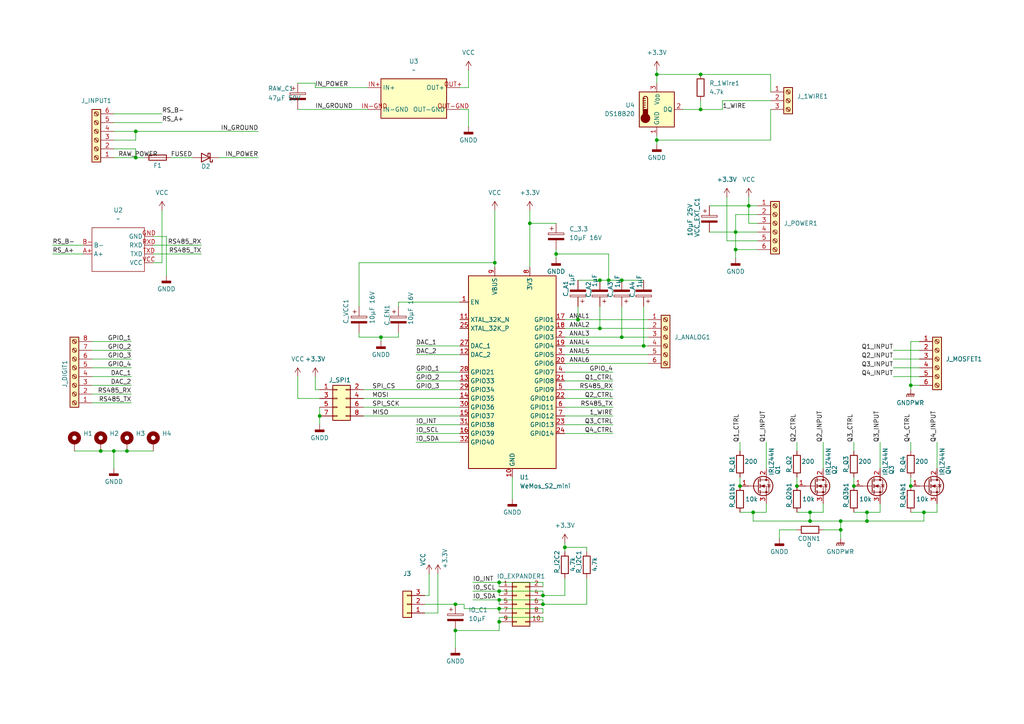
<source format=kicad_sch>
(kicad_sch (version 20250114) (generator "eeschema") (generator_version "9.0")
  (paper "A4")
  (lib_symbols
    (symbol "Connector:Screw_Terminal_01x03" (pin_names (offset 1.016) (hide yes))
      (property "Reference" "J" (at 0 5.08 0))
      (property "Value" "Screw_Terminal_01x03" (at 0 -5.08 0))
      (symbol "Screw_Terminal_01x03_1_1"
        (pin passive line (at -5.08 2.54 0) (length 3.81) (name "Pin_1") (number "1"))
        (pin passive line (at -5.08 0 0) (length 3.81) (name "Pin_2") (number "2"))
        (pin passive line (at -5.08 -2.54 0) (length 3.81) (name "Pin_3") (number "3"))
      )
    )
    (symbol "Connector:Screw_Terminal_01x06" (pin_names (offset 1.016) (hide yes))
      (property "Reference" "J" (at 0 7.62 0))
      (property "Value" "Screw_Terminal_01x06" (at 0 -10.16 0))
      (symbol "Screw_Terminal_01x06_1_1"
        (pin passive line (at -5.08 5.08 0) (length 3.81) (name "Pin_1") (number "1"))
        (pin passive line (at -5.08 2.54 0) (length 3.81) (name "Pin_2") (number "2"))
        (pin passive line (at -5.08 0 0) (length 3.81) (name "Pin_3") (number "3"))
        (pin passive line (at -5.08 -2.54 0) (length 3.81) (name "Pin_4") (number "4"))
        (pin passive line (at -5.08 -5.08 0) (length 3.81) (name "Pin_5") (number "5"))
        (pin passive line (at -5.08 -7.62 0) (length 3.81) (name "Pin_6") (number "6"))
      )
    )
    (symbol "Connector:Screw_Terminal_01x08" (pin_names (offset 1.016) (hide yes))
      (property "Reference" "J" (at 0 10.16 0))
      (property "Value" "Screw_Terminal_01x08" (at 0 -12.7 0))
      (symbol "Screw_Terminal_01x08_1_1"
        (pin passive line (at -5.08 7.62 0) (length 3.81) (name "Pin_1") (number "1"))
        (pin passive line (at -5.08 5.08 0) (length 3.81) (name "Pin_2") (number "2"))
        (pin passive line (at -5.08 2.54 0) (length 3.81) (name "Pin_3") (number "3"))
        (pin passive line (at -5.08 0 0) (length 3.81) (name "Pin_4") (number "4"))
        (pin passive line (at -5.08 -2.54 0) (length 3.81) (name "Pin_5") (number "5"))
        (pin passive line (at -5.08 -5.08 0) (length 3.81) (name "Pin_6") (number "6"))
        (pin passive line (at -5.08 -7.62 0) (length 3.81) (name "Pin_7") (number "7"))
        (pin passive line (at -5.08 -10.16 0) (length 3.81) (name "Pin_8") (number "8"))
      )
    )
    (symbol "Connector_Generic:Conn_01x03" (pin_names (offset 1.016) (hide yes))
      (property "Reference" "J" (at 0 5.08 0))
      (property "Value" "Conn_01x03" (at 0 -5.08 0))
      (symbol "Conn_01x03_1_1"
        (pin passive line (at -5.08 2.54 0) (length 3.81) (name "Pin_1") (number "1"))
        (pin passive line (at -5.08 0 0) (length 3.81) (name "Pin_2") (number "2"))
        (pin passive line (at -5.08 -2.54 0) (length 3.81) (name "Pin_3") (number "3"))
      )
    )
    (symbol "Connector_Generic:Conn_02x04_Odd_Even" (pin_names (offset 1.016) (hide yes))
      (property "Reference" "J" (at 1.27 5.08 0))
      (property "Value" "Conn_02x04_Odd_Even" (at 1.27 -7.62 0))
      (symbol "Conn_02x04_Odd_Even_1_1"
        (pin passive line (at -5.08 2.54 0) (length 3.81) (name "Pin_1") (number "1"))
        (pin passive line (at -5.08 0 0) (length 3.81) (name "Pin_3") (number "3"))
        (pin passive line (at -5.08 -2.54 0) (length 3.81) (name "Pin_5") (number "5"))
        (pin passive line (at -5.08 -5.08 0) (length 3.81) (name "Pin_7") (number "7"))
        (pin passive line (at 7.62 2.54 180) (length 3.81) (name "Pin_2") (number "2"))
        (pin passive line (at 7.62 0 180) (length 3.81) (name "Pin_4") (number "4"))
        (pin passive line (at 7.62 -2.54 180) (length 3.81) (name "Pin_6") (number "6"))
        (pin passive line (at 7.62 -5.08 180) (length 3.81) (name "Pin_8") (number "8"))
      )
    )
    (symbol "Connector_Generic:Conn_02x05_Odd_Even" (pin_names (offset 1.016) (hide yes))
      (property "Reference" "J" (at 1.27 7.62 0))
      (property "Value" "Conn_02x05_Odd_Even" (at 1.27 -7.62 0))
      (symbol "Conn_02x05_Odd_Even_1_1"
        (pin passive line (at -5.08 5.08 0) (length 3.81) (name "Pin_1") (number "1"))
        (pin passive line (at -5.08 2.54 0) (length 3.81) (name "Pin_3") (number "3"))
        (pin passive line (at -5.08 0 0) (length 3.81) (name "Pin_5") (number "5"))
        (pin passive line (at -5.08 -2.54 0) (length 3.81) (name "Pin_7") (number "7"))
        (pin passive line (at -5.08 -5.08 0) (length 3.81) (name "Pin_9") (number "9"))
        (pin passive line (at 7.62 5.08 180) (length 3.81) (name "Pin_2") (number "2"))
        (pin passive line (at 7.62 2.54 180) (length 3.81) (name "Pin_4") (number "4"))
        (pin passive line (at 7.62 0 180) (length 3.81) (name "Pin_6") (number "6"))
        (pin passive line (at 7.62 -2.54 180) (length 3.81) (name "Pin_8") (number "8"))
        (pin passive line (at 7.62 -5.08 180) (length 3.81) (name "Pin_10") (number "10"))
      )
    )
    (symbol "Device:C_Polarized" (pin_numbers (hide yes)) (pin_names (offset 0.254))
      (property "Reference" "C" (at 0.635 2.54 0))
      (property "Value" "C_Polarized" (at 0.635 -2.54 0))
      (symbol "C_Polarized_1_1"
        (pin passive line (at 0 3.81 270) (length 2.794) (name "~") (number "1"))
        (pin passive line (at 0 -3.81 90) (length 2.794) (name "~") (number "2"))
      )
    )
    (symbol "Device:Fuse" (pin_numbers (hide yes)) (pin_names (offset 0))
      (property "Reference" "F" (at 2.032 0 90))
      (property "Value" "Fuse" (at -1.905 0 90))
      (symbol "Fuse_1_1"
        (pin passive line (at 0 3.81 270) (length 1.27) (name "~") (number "1"))
        (pin passive line (at 0 -3.81 90) (length 1.27) (name "~") (number "2"))
      )
    )
    (symbol "Device:R" (pin_numbers (hide yes)) (pin_names (offset 0))
      (property "Reference" "R" (at 2.032 0 90))
      (property "Value" "R" (at 0 0 90))
      (symbol "R_1_1"
        (pin passive line (at 0 3.81 270) (length 1.27) (name "~") (number "1"))
        (pin passive line (at 0 -3.81 90) (length 1.27) (name "~") (number "2"))
      )
    )
    (symbol "Diode:1N5822" (pin_numbers (hide yes)) (pin_names (offset 1.016) (hide yes))
      (property "Reference" "D" (at 0 2.54 0))
      (property "Value" "1N5822" (at 0 -2.54 0))
      (symbol "1N5822_1_1"
        (pin passive line (at -3.81 0 0) (length 2.54) (name "K") (number "1"))
        (pin passive line (at 3.81 0 180) (length 2.54) (name "A") (number "2"))
      )
    )
    (symbol "Mechanical:MountingHole_Pad" (pin_numbers (hide yes)) (pin_names (offset 1.016) (hide yes)) (in_bom no)
      (property "Reference" "H" (at 0 6.35 0))
      (property "Value" "MountingHole_Pad" (at 0 4.445 0))
      (symbol "MountingHole_Pad_1_1"
        (pin input line (at 0 -2.54 90) (length 2.54) (name "1") (number "1"))
      )
    )
    (symbol "Sensor_Temperature:DS18B20"
      (property "Reference" "U" (at -3.81 6.35 0))
      (property "Value" "DS18B20" (at 6.35 6.35 0))
      (symbol "DS18B20_1_1"
        (pin power_in line (at 0 7.62 270) (length 2.54) (name "V_{DD}") (number "3"))
        (pin power_in line (at 0 -7.62 90) (length 2.54) (name "GND") (number "1"))
        (pin bidirectional line (at 7.62 0 180) (length 2.54) (name "DQ") (number "2"))
      )
    )
    (symbol "Transistor_FET:IRLZ44N" (pin_names (hide yes))
      (property "Reference" "Q" (at 5.08 1.905 0))
      (property "Value" "IRLZ44N" (at 5.08 0 0))
      (symbol "IRLZ44N_1_1"
        (pin input line (at -5.08 0 0) (length 2.54) (name "G") (number "1"))
        (pin passive line (at 2.54 5.08 270) (length 2.54) (name "D") (number "2"))
        (pin passive line (at 2.54 -5.08 90) (length 2.54) (name "S") (number "3"))
      )
    )
    (symbol "io-board-mods:mod_LM2596"
      (property "Reference" "U" (at 0 0 0))
      (symbol "mod_LM2596_1_1"
        (pin power_in line (at -5.08 -3.81 0) (length 3.81) (name "IN+") (number "IN+"))
        (pin power_in line (at -5.08 -10.16 0) (length 3.81) (name "IN-GND") (number "IN-GND"))
        (pin power_out line (at 21.59 -3.81 180) (length 3.81) (name "OUT+") (number "OUT+"))
        (pin power_out line (at 21.59 -10.16 180) (length 3.81) (name "OUT-GND") (number "OUT-GND"))
      )
    )
    (symbol "io-board-mods:mod_hw-0519-rs485"
      (property "Reference" "U" (at 0 0 0))
      (symbol "mod_hw-0519-rs485_1_1"
        (pin bidirectional line (at -10.16 1.27 0) (length 2.54) (name "B-") (number "B-"))
        (pin bidirectional line (at -10.16 -1.27 0) (length 2.54) (name "A+") (number "A+"))
        (pin power_in line (at 10.16 3.81 180) (length 2.54) (name "GND") (number "GND"))
        (pin output line (at 10.16 1.27 180) (length 2.54) (name "RXD") (number "RXD"))
        (pin input line (at 10.16 -1.27 180) (length 2.54) (name "TXD") (number "TXD"))
        (pin power_in line (at 10.16 -3.81 180) (length 2.54) (name "VCC") (number "VCC"))
      )
    )
    (symbol "power:+3.3V" (power) (pin_numbers (hide yes)) (pin_names (offset 0) (hide yes))
      (property "Value" "+3.3V" (at 0 3.556 0))
      (symbol "+3.3V_1_1"
        (pin power_in line (at 0 0 90) (length 0) (name "~") (number "1"))
      )
    )
    (symbol "power:GNDD" (power) (pin_numbers (hide yes)) (pin_names (offset 0) (hide yes))
      (property "Value" "GNDD" (at 0 -3.175 0))
      (symbol "GNDD_1_1"
        (pin power_in line (at 0 0 270) (length 0) (name "~") (number "1"))
      )
    )
    (symbol "power:GNDPWR" (power) (pin_numbers (hide yes)) (pin_names (offset 0) (hide yes))
      (property "Value" "GNDPWR" (at 0 -3.302 0))
      (symbol "GNDPWR_1_1"
        (pin power_in line (at 0 0 270) (length 0) (name "~") (number "1"))
      )
    )
    (symbol "power:VCC" (power) (pin_numbers (hide yes)) (pin_names (offset 0) (hide yes))
      (property "Value" "VCC" (at 0 3.556 0))
      (symbol "VCC_1_1"
        (pin power_in line (at 0 0 90) (length 0) (name "~") (number "1"))
      )
    )
    (symbol "s2:WeMos_S2_mini"
      (property "Reference" "U" (at 2.54 -30.48 0))
      (property "Value" "WeMos_S2_mini" (at 2.54 -33.02 0))
      (symbol "WeMos_S2_mini_1_1"
        (pin input line (at -15.24 20.32 0) (length 2.54) (name "EN") (number "1"))
        (pin input line (at -15.24 15.24 0) (length 2.54) (name "XTAL_32K_N") (number "11"))
        (pin output line (at -15.24 12.7 0) (length 2.54) (name "XTAL_32K_P") (number "25"))
        (pin output line (at -15.24 7.62 0) (length 2.54) (name "DAC_1") (number "27"))
        (pin output line (at -15.24 5.08 0) (length 2.54) (name "DAC_2") (number "12"))
        (pin bidirectional line (at -15.24 0 0) (length 2.54) (name "GPIO21") (number "28"))
        (pin bidirectional line (at -15.24 -2.54 0) (length 2.54) (name "GPIO33") (number "13"))
        (pin bidirectional line (at -15.24 -5.08 0) (length 2.54) (name "GPIO34") (number "29"))
        (pin bidirectional line (at -15.24 -7.62 0) (length 2.54) (name "GPIO35") (number "14"))
        (pin bidirectional line (at -15.24 -10.16 0) (length 2.54) (name "GPIO36") (number "30"))
        (pin bidirectional line (at -15.24 -12.7 0) (length 2.54) (name "GPIO37") (number "15"))
        (pin bidirectional line (at -15.24 -15.24 0) (length 2.54) (name "GPIO38") (number "31"))
        (pin bidirectional line (at -15.24 -17.78 0) (length 2.54) (name "GPIO39") (number "16"))
        (pin bidirectional line (at -15.24 -20.32 0) (length 2.54) (name "GPIO40") (number "32"))
        (pin power_out line (at -5.08 30.48 270) (length 2.54) (name "VBUS") (number "9"))
        (pin power_in line (at 0 -30.48 90) (length 2.54) (name "GND") (number "10"))
        (pin passive line (at 0 -30.48 90) (length 2.54) (hide yes) (name "GND") (number "26"))
        (pin power_out line (at 5.08 30.48 270) (length 2.54) (name "3V3") (number "8"))
        (pin bidirectional line (at 15.24 15.24 180) (length 2.54) (name "GPIO1") (number "17"))
        (pin bidirectional line (at 15.24 12.7 180) (length 2.54) (name "GPIO2") (number "18"))
        (pin bidirectional line (at 15.24 10.16 180) (length 2.54) (name "GPIO3") (number "2"))
        (pin bidirectional line (at 15.24 7.62 180) (length 2.54) (name "GPIO4") (number "19"))
        (pin bidirectional line (at 15.24 5.08 180) (length 2.54) (name "GPIO5") (number "3"))
        (pin bidirectional line (at 15.24 2.54 180) (length 2.54) (name "GPIO6") (number "20"))
        (pin bidirectional line (at 15.24 0 180) (length 2.54) (name "GPIO7") (number "4"))
        (pin bidirectional line (at 15.24 -2.54 180) (length 2.54) (name "GPIO8") (number "21"))
        (pin bidirectional line (at 15.24 -5.08 180) (length 2.54) (name "GPIO9") (number "5"))
        (pin bidirectional line (at 15.24 -7.62 180) (length 2.54) (name "GPIO10") (number "22"))
        (pin bidirectional line (at 15.24 -10.16 180) (length 2.54) (name "GPIO11") (number "6"))
        (pin bidirectional line (at 15.24 -12.7 180) (length 2.54) (name "GPIO12") (number "7"))
        (pin bidirectional line (at 15.24 -15.24 180) (length 2.54) (name "GPIO13") (number "23"))
        (pin bidirectional line (at 15.24 -17.78 180) (length 2.54) (name "GPIO14") (number "24"))
      )
    )
  )
  (junction (at 144.78 176.53))
  (junction (at 190.5 21.59))
  (junction (at 144.78 180.34))
  (junction (at 144.78 168.91))
  (junction (at 203.2 31.75))
  (junction (at 213.36 67.31))
  (junction (at 143.51 76.2))
  (junction (at 29.21 130.81))
  (junction (at 110.49 97.79))
  (junction (at 132.08 182.88))
  (junction (at 33.02 130.81))
  (junction (at 264.16 111.76))
  (junction (at 144.78 173.99))
  (junction (at 39.37 45.72))
  (junction (at 163.83 158.75))
  (junction (at 234.95 148.59))
  (junction (at 132.08 175.26))
  (junction (at 157.48 172.72))
  (junction (at 173.99 95.25))
  (junction (at 264.16 140.97))
  (junction (at 144.78 171.45))
  (junction (at 267.97 148.59))
  (junction (at 161.29 73.66))
  (junction (at 180.34 81.28))
  (junction (at 218.44 148.59))
  (junction (at 186.69 100.33))
  (junction (at 243.84 153.67))
  (junction (at 243.84 151.13))
  (junction (at 173.99 81.28))
  (junction (at 180.34 97.79))
  (junction (at 92.71 120.65))
  (junction (at 167.64 92.71))
  (junction (at 203.2 21.59))
  (junction (at 217.17 59.69))
  (junction (at 213.36 72.39))
  (junction (at 251.46 148.59))
  (junction (at 234.95 151.13))
  (junction (at 190.5 40.64))
  (junction (at 231.14 140.97))
  (junction (at 176.53 81.28))
  (junction (at 36.83 130.81))
  (junction (at 247.65 140.97))
  (junction (at 153.67 64.77))
  (junction (at 39.37 38.1))
  (junction (at 157.48 175.26))
  (junction (at 251.46 151.13))
  (junction (at 214.63 140.97))
  (wire (pts (xy 15.24 71.12) (xy 24.13 71.12)))
  (wire (pts (xy 214.63 128.27) (xy 214.63 130.81)))
  (wire (pts (xy 157.48 175.26) (xy 170.18 175.26)))
  (wire (pts (xy 157.48 171.45) (xy 157.48 172.72)))
  (wire (pts (xy 259.08 106.68) (xy 266.7 106.68)))
  (wire (pts (xy 264.16 128.27) (xy 264.16 130.81)))
  (wire (pts (xy 271.78 128.27) (xy 271.78 135.89)))
  (wire (pts (xy 267.97 151.13) (xy 251.46 151.13)))
  (wire (pts (xy 144.78 168.91) (xy 157.48 168.91)))
  (wire (pts (xy 105.41 115.57) (xy 133.35 115.57)))
  (wire (pts (xy 157.48 179.07) (xy 157.48 180.34)))
  (wire (pts (xy 213.36 74.93) (xy 213.36 72.39)))
  (wire (pts (xy 124.46 166.37) (xy 124.46 172.72)))
  (wire (pts (xy 238.76 146.05) (xy 238.76 148.59)))
  (wire (pts (xy 104.14 97.79) (xy 110.49 97.79)))
  (wire (pts (xy 163.83 102.87) (xy 187.96 102.87)))
  (wire (pts (xy 217.17 57.15) (xy 217.17 59.69)))
  (wire (pts (xy 127 166.37) (xy 127 177.8)))
  (wire (pts (xy 120.65 123.19) (xy 133.35 123.19)))
  (wire (pts (xy 167.64 88.9) (xy 167.64 92.71)))
  (wire (pts (xy 115.57 87.63) (xy 115.57 88.9)))
  (wire (pts (xy 21.59 130.81) (xy 29.21 130.81)))
  (wire (pts (xy 226.06 153.67) (xy 226.06 156.21)))
  (wire (pts (xy 163.83 158.75) (xy 170.18 158.75)))
  (wire (pts (xy 143.51 60.96) (xy 143.51 76.2)))
  (wire (pts (xy 44.45 68.58) (xy 48.26 68.58)))
  (wire (pts (xy 15.24 73.66) (xy 24.13 73.66)))
  (wire (pts (xy 267.97 148.59) (xy 271.78 148.59)))
  (wire (pts (xy 143.51 76.2) (xy 143.51 77.47)))
  (wire (pts (xy 36.83 130.81) (xy 44.45 130.81)))
  (wire (pts (xy 144.78 173.99) (xy 157.48 173.99)))
  (wire (pts (xy 148.59 138.43) (xy 148.59 144.78)))
  (wire (pts (xy 135.89 31.75) (xy 135.89 36.83)))
  (wire (pts (xy 190.5 40.64) (xy 190.5 41.91)))
  (wire (pts (xy 26.67 116.84) (xy 38.1 116.84)))
  (wire (pts (xy 161.29 72.39) (xy 161.29 73.66)))
  (wire (pts (xy 231.14 138.43) (xy 231.14 140.97)))
  (wire (pts (xy 217.17 59.69) (xy 219.71 59.69)))
  (wire (pts (xy 264.16 99.06) (xy 264.16 111.76)))
  (wire (pts (xy 157.48 173.99) (xy 157.48 175.26)))
  (wire (pts (xy 120.65 100.33) (xy 133.35 100.33)))
  (wire (pts (xy 213.36 67.31) (xy 219.71 67.31)))
  (wire (pts (xy 46.99 60.96) (xy 46.99 76.2)))
  (wire (pts (xy 104.14 96.52) (xy 104.14 97.79)))
  (wire (pts (xy 105.41 113.03) (xy 133.35 113.03)))
  (wire (pts (xy 26.67 99.06) (xy 38.1 99.06)))
  (wire (pts (xy 251.46 148.59) (xy 255.27 148.59)))
  (wire (pts (xy 210.82 57.15) (xy 210.82 69.85)))
  (wire (pts (xy 238.76 128.27) (xy 238.76 135.89)))
  (wire (pts (xy 213.36 72.39) (xy 213.36 67.31)))
  (wire (pts (xy 144.78 180.34) (xy 144.78 182.88)))
  (wire (pts (xy 243.84 153.67) (xy 243.84 156.21)))
  (wire (pts (xy 205.74 59.69) (xy 217.17 59.69)))
  (wire (pts (xy 127 177.8) (xy 123.19 177.8)))
  (wire (pts (xy 209.55 29.21) (xy 223.52 29.21)))
  (wire (pts (xy 104.14 76.2) (xy 143.51 76.2)))
  (wire (pts (xy 223.52 21.59) (xy 223.52 26.67)))
  (wire (pts (xy 39.37 45.72) (xy 41.91 45.72)))
  (wire (pts (xy 144.78 170.18) (xy 144.78 168.91)))
  (wire (pts (xy 91.44 109.22) (xy 91.44 113.03)))
  (wire (pts (xy 33.02 130.81) (xy 33.02 135.89)))
  (wire (pts (xy 231.14 128.27) (xy 231.14 130.81)))
  (wire (pts (xy 144.78 171.45) (xy 157.48 171.45)))
  (wire (pts (xy 264.16 138.43) (xy 264.16 140.97)))
  (wire (pts (xy 226.06 153.67) (xy 231.14 153.67)))
  (wire (pts (xy 92.71 118.11) (xy 92.71 120.65)))
  (wire (pts (xy 153.67 64.77) (xy 153.67 77.47)))
  (wire (pts (xy 44.45 71.12) (xy 58.42 71.12)))
  (wire (pts (xy 33.02 33.02) (xy 46.99 33.02)))
  (wire (pts (xy 33.02 40.64) (xy 39.37 40.64)))
  (wire (pts (xy 163.83 118.11) (xy 177.8 118.11)))
  (wire (pts (xy 132.08 182.88) (xy 132.08 187.96)))
  (wire (pts (xy 133.35 25.4) (xy 135.89 25.4)))
  (wire (pts (xy 247.65 138.43) (xy 247.65 140.97)))
  (wire (pts (xy 213.36 62.23) (xy 219.71 62.23)))
  (wire (pts (xy 46.99 76.2) (xy 44.45 76.2)))
  (wire (pts (xy 153.67 60.96) (xy 153.67 64.77)))
  (wire (pts (xy 218.44 151.13) (xy 234.95 151.13)))
  (wire (pts (xy 231.14 148.59) (xy 234.95 148.59)))
  (wire (pts (xy 133.35 31.75) (xy 135.89 31.75)))
  (wire (pts (xy 92.71 120.65) (xy 92.71 123.19)))
  (wire (pts (xy 134.62 176.53) (xy 134.62 175.26)))
  (wire (pts (xy 176.53 73.66) (xy 176.53 81.28)))
  (wire (pts (xy 105.41 118.11) (xy 133.35 118.11)))
  (wire (pts (xy 163.83 115.57) (xy 177.8 115.57)))
  (wire (pts (xy 173.99 95.25) (xy 187.96 95.25)))
  (wire (pts (xy 264.16 111.76) (xy 264.16 113.03)))
  (wire (pts (xy 163.83 123.19) (xy 177.8 123.19)))
  (wire (pts (xy 104.14 88.9) (xy 104.14 76.2)))
  (wire (pts (xy 26.67 101.6) (xy 38.1 101.6)))
  (wire (pts (xy 153.67 64.77) (xy 161.29 64.77)))
  (wire (pts (xy 120.65 102.87) (xy 133.35 102.87)))
  (wire (pts (xy 255.27 128.27) (xy 255.27 135.89)))
  (wire (pts (xy 120.65 128.27) (xy 133.35 128.27)))
  (wire (pts (xy 222.25 128.27) (xy 222.25 135.89)))
  (wire (pts (xy 209.55 31.75) (xy 209.55 29.21)))
  (wire (pts (xy 180.34 88.9) (xy 180.34 97.79)))
  (wire (pts (xy 255.27 146.05) (xy 255.27 148.59)))
  (wire (pts (xy 144.78 182.88) (xy 132.08 182.88)))
  (wire (pts (xy 167.64 92.71) (xy 187.96 92.71)))
  (wire (pts (xy 266.7 99.06) (xy 264.16 99.06)))
  (wire (pts (xy 214.63 148.59) (xy 218.44 148.59)))
  (wire (pts (xy 217.17 59.69) (xy 217.17 64.77)))
  (wire (pts (xy 26.67 114.3) (xy 38.1 114.3)))
  (wire (pts (xy 105.41 120.65) (xy 133.35 120.65)))
  (wire (pts (xy 247.65 128.27) (xy 247.65 130.81)))
  (wire (pts (xy 33.02 35.56) (xy 46.99 35.56)))
  (wire (pts (xy 173.99 88.9) (xy 173.99 95.25)))
  (wire (pts (xy 264.16 148.59) (xy 267.97 148.59)))
  (wire (pts (xy 91.44 25.4) (xy 91.44 24.13)))
  (wire (pts (xy 49.53 45.72) (xy 55.88 45.72)))
  (wire (pts (xy 39.37 40.64) (xy 39.37 38.1)))
  (wire (pts (xy 33.02 130.81) (xy 36.83 130.81)))
  (wire (pts (xy 91.44 25.4) (xy 106.68 25.4)))
  (wire (pts (xy 163.83 97.79) (xy 180.34 97.79)))
  (wire (pts (xy 120.65 107.95) (xy 133.35 107.95)))
  (wire (pts (xy 157.48 172.72) (xy 163.83 172.72)))
  (wire (pts (xy 205.74 67.31) (xy 213.36 67.31)))
  (wire (pts (xy 218.44 148.59) (xy 218.44 151.13)))
  (wire (pts (xy 234.95 148.59) (xy 238.76 148.59)))
  (wire (pts (xy 91.44 113.03) (xy 92.71 113.03)))
  (wire (pts (xy 217.17 64.77) (xy 219.71 64.77)))
  (wire (pts (xy 144.78 176.53) (xy 134.62 176.53)))
  (wire (pts (xy 214.63 138.43) (xy 214.63 140.97)))
  (wire (pts (xy 223.52 40.64) (xy 223.52 31.75)))
  (wire (pts (xy 243.84 151.13) (xy 234.95 151.13)))
  (wire (pts (xy 213.36 67.31) (xy 213.36 62.23)))
  (wire (pts (xy 190.5 21.59) (xy 203.2 21.59)))
  (wire (pts (xy 203.2 31.75) (xy 209.55 31.75)))
  (wire (pts (xy 218.44 148.59) (xy 222.25 148.59)))
  (wire (pts (xy 110.49 97.79) (xy 110.49 99.06)))
  (wire (pts (xy 186.69 88.9) (xy 186.69 100.33)))
  (wire (pts (xy 48.26 68.58) (xy 48.26 80.01)))
  (wire (pts (xy 170.18 158.75) (xy 170.18 160.02)))
  (wire (pts (xy 259.08 109.22) (xy 266.7 109.22)))
  (wire (pts (xy 173.99 81.28) (xy 176.53 81.28)))
  (wire (pts (xy 163.83 95.25) (xy 173.99 95.25)))
  (wire (pts (xy 163.83 110.49) (xy 177.8 110.49)))
  (wire (pts (xy 120.65 110.49) (xy 133.35 110.49)))
  (wire (pts (xy 33.02 43.18) (xy 39.37 43.18)))
  (wire (pts (xy 86.36 24.13) (xy 91.44 24.13)))
  (wire (pts (xy 259.08 104.14) (xy 266.7 104.14)))
  (wire (pts (xy 271.78 146.05) (xy 271.78 148.59)))
  (wire (pts (xy 190.5 20.32) (xy 190.5 21.59)))
  (wire (pts (xy 163.83 113.03) (xy 177.8 113.03)))
  (wire (pts (xy 120.65 125.73) (xy 133.35 125.73)))
  (wire (pts (xy 163.83 157.48) (xy 163.83 158.75)))
  (wire (pts (xy 267.97 148.59) (xy 267.97 151.13)))
  (wire (pts (xy 86.36 31.75) (xy 106.68 31.75)))
  (wire (pts (xy 137.16 171.45) (xy 144.78 171.45)))
  (wire (pts (xy 243.84 151.13) (xy 243.84 153.67)))
  (wire (pts (xy 247.65 148.59) (xy 251.46 148.59)))
  (wire (pts (xy 63.5 45.72) (xy 74.93 45.72)))
  (wire (pts (xy 137.16 168.91) (xy 144.78 168.91)))
  (wire (pts (xy 144.78 176.53) (xy 157.48 176.53)))
  (wire (pts (xy 144.78 177.8) (xy 144.78 176.53)))
  (wire (pts (xy 163.83 158.75) (xy 163.83 160.02)))
  (wire (pts (xy 186.69 100.33) (xy 187.96 100.33)))
  (wire (pts (xy 266.7 111.76) (xy 264.16 111.76)))
  (wire (pts (xy 157.48 176.53) (xy 157.48 177.8)))
  (wire (pts (xy 134.62 175.26) (xy 132.08 175.26)))
  (wire (pts (xy 238.76 153.67) (xy 243.84 153.67)))
  (wire (pts (xy 161.29 73.66) (xy 161.29 74.93)))
  (wire (pts (xy 222.25 146.05) (xy 222.25 148.59)))
  (wire (pts (xy 135.89 25.4) (xy 135.89 20.32)))
  (wire (pts (xy 163.83 100.33) (xy 186.69 100.33)))
  (wire (pts (xy 213.36 72.39) (xy 219.71 72.39)))
  (wire (pts (xy 203.2 21.59) (xy 223.52 21.59)))
  (wire (pts (xy 163.83 105.41) (xy 187.96 105.41)))
  (wire (pts (xy 26.67 109.22) (xy 38.1 109.22)))
  (wire (pts (xy 163.83 125.73) (xy 177.8 125.73)))
  (wire (pts (xy 259.08 101.6) (xy 266.7 101.6)))
  (wire (pts (xy 144.78 180.34) (xy 144.78 179.07)))
  (wire (pts (xy 157.48 168.91) (xy 157.48 170.18)))
  (wire (pts (xy 163.83 92.71) (xy 167.64 92.71)))
  (wire (pts (xy 39.37 38.1) (xy 74.93 38.1)))
  (wire (pts (xy 203.2 29.21) (xy 203.2 31.75)))
  (wire (pts (xy 190.5 40.64) (xy 223.52 40.64)))
  (wire (pts (xy 115.57 96.52) (xy 115.57 97.79)))
  (wire (pts (xy 251.46 151.13) (xy 251.46 148.59)))
  (wire (pts (xy 180.34 97.79) (xy 187.96 97.79)))
  (wire (pts (xy 163.83 107.95) (xy 177.8 107.95)))
  (wire (pts (xy 123.19 175.26) (xy 132.08 175.26)))
  (wire (pts (xy 86.36 109.22) (xy 86.36 115.57)))
  (wire (pts (xy 190.5 21.59) (xy 190.5 24.13)))
  (wire (pts (xy 110.49 97.79) (xy 115.57 97.79)))
  (wire (pts (xy 167.64 81.28) (xy 173.99 81.28)))
  (wire (pts (xy 180.34 81.28) (xy 186.69 81.28)))
  (wire (pts (xy 137.16 173.99) (xy 144.78 173.99)))
  (wire (pts (xy 26.67 111.76) (xy 38.1 111.76)))
  (wire (pts (xy 124.46 172.72) (xy 123.19 172.72)))
  (wire (pts (xy 144.78 179.07) (xy 157.48 179.07)))
  (wire (pts (xy 26.67 104.14) (xy 38.1 104.14)))
  (wire (pts (xy 163.83 120.65) (xy 177.8 120.65)))
  (wire (pts (xy 44.45 73.66) (xy 58.42 73.66)))
  (wire (pts (xy 86.36 115.57) (xy 92.71 115.57)))
  (wire (pts (xy 161.29 73.66) (xy 176.53 73.66)))
  (wire (pts (xy 234.95 151.13) (xy 234.95 148.59)))
  (wire (pts (xy 210.82 69.85) (xy 219.71 69.85)))
  (wire (pts (xy 190.5 39.37) (xy 190.5 40.64)))
  (wire (pts (xy 251.46 151.13) (xy 243.84 151.13)))
  (wire (pts (xy 144.78 172.72) (xy 144.78 171.45)))
  (wire (pts (xy 203.2 31.75) (xy 198.12 31.75)))
  (wire (pts (xy 33.02 38.1) (xy 39.37 38.1)))
  (wire (pts (xy 33.02 45.72) (xy 39.37 45.72)))
  (wire (pts (xy 144.78 175.26) (xy 144.78 173.99)))
  (wire (pts (xy 176.53 81.28) (xy 180.34 81.28)))
  (wire (pts (xy 163.83 172.72) (xy 163.83 167.64)))
  (wire (pts (xy 26.67 106.68) (xy 38.1 106.68)))
  (wire (pts (xy 133.35 87.63) (xy 115.57 87.63)))
  (wire (pts (xy 29.21 130.81) (xy 33.02 130.81)))
  (wire (pts (xy 170.18 175.26) (xy 170.18 167.64)))
  (wire (pts (xy 39.37 43.18) (xy 39.37 45.72)))
  (label "Q3_CTRL" (at 247.65 128.27 90))
  (label "RS485_RX" (at 38.1 114.3 180))
  (label "IO_SCL" (at 137.16 171.45 0))
  (label "DAC_2" (at 120.65 102.87 0))
  (label "IN_GROUND" (at 91.44 31.75 0))
  (label "RS_B-" (at 15.24 71.12 0))
  (label "IO_INT" (at 137.16 168.91 0))
  (label "GPIO_1" (at 120.65 107.95 0))
  (label "IN_POWER" (at 74.93 45.72 180))
  (label "RS_B-" (at 46.99 33.02 0))
  (label "Q2_INPUT" (at 238.76 128.27 90))
  (label "Q1_INPUT" (at 222.25 128.27 90))
  (label "Q1_CTRL" (at 177.8 110.49 180))
  (label "DAC_1" (at 120.65 100.33 0))
  (label "1_WIRE" (at 209.55 31.75 0))
  (label "GPIO_4" (at 177.8 107.95 180))
  (label "FUSED" (at 49.53 45.72 0))
  (label "IN_GROUND" (at 74.93 38.1 180))
  (label "ANAL3" (at 165.1 97.79 0))
  (label "GPIO_3" (at 120.65 113.03 0))
  (label "IO_SDA" (at 137.16 173.99 0))
  (label "Q1_CTRL" (at 214.63 128.27 90))
  (label "ANAL6" (at 165.1 105.41 0))
  (label "RS485_RX" (at 177.8 113.03 180))
  (label "Q4_CTRL" (at 177.8 125.73 180))
  (label "Q2_INPUT" (at 259.08 104.14 180))
  (label "Q4_CTRL" (at 264.16 128.27 90))
  (label "1_WIRE" (at 177.8 120.65 180))
  (label "DAC_2" (at 38.1 111.76 180))
  (label "GPIO_2" (at 38.1 101.6 180))
  (label "Q4_INPUT" (at 259.08 109.22 180))
  (label "Q2_CTRL" (at 177.8 115.57 180))
  (label "RS485_TX" (at 58.42 73.66 180))
  (label "DAC_1" (at 38.1 109.22 180))
  (label "RS_A+" (at 46.99 35.56 0))
  (label "IN_POWER" (at 91.44 25.4 0))
  (label "ANAL2" (at 165.1 95.25 0))
  (label "Q3_CTRL" (at 177.8 123.19 180))
  (label "ANAL4" (at 165.1 100.33 0))
  (label "ANAL1" (at 165.1 92.71 0))
  (label "GPIO_1" (at 38.1 99.06 180))
  (label "MOSI" (at 107.95 115.57 0))
  (label "GPIO_4" (at 38.1 106.68 180))
  (label "RS_A+" (at 15.24 73.66 0))
  (label "RS485_RX" (at 58.42 71.12 180))
  (label "IO_SCL" (at 120.65 125.73 0))
  (label "GPIO_3" (at 38.1 104.14 180))
  (label "Q4_INPUT" (at 271.78 128.27 90))
  (label "SPI_SCK" (at 107.95 118.11 0))
  (label "RAW_POWER" (at 34.29 45.72 0))
  (label "IO_SDA" (at 120.65 128.27 0))
  (label "Q2_CTRL" (at 231.14 128.27 90))
  (label "RS485_TX" (at 177.8 118.11 180))
  (label "MISO" (at 107.95 120.65 0))
  (label "GPIO_2" (at 120.65 110.49 0))
  (label "Q3_INPUT" (at 255.27 128.27 90))
  (label "RS485_TX" (at 38.1 116.84 180))
  (label "SPI_CS" (at 107.95 113.03 0))
  (label "IO_INT" (at 120.65 123.19 0))
  (label "Q3_INPUT" (at 259.08 106.68 180))
  (label "ANAL5" (at 165.1 102.87 0))
  (label "Q1_INPUT" (at 259.08 101.6 180))
  (symbol (lib_id "Connector:Screw_Terminal_01x06") (at 224.79 64.77 0) (unit 1)
    (property "Reference" "J_POWER1" (at 227.33 64.7699 0) (effects (justify left)))
    (property "Value" "Screw_Terminal_01x06" (effects (hide yes)))
    (property "Footprint" "TerminalBlock_RND:TerminalBlock_RND_205-00236_1x06_P5.08mm_Horizontal" (effects (hide yes)))
    (property "Description" "Generic screw terminal, single row, 01x06, script generated (kicad-library-utils/schlib/autogen/connector/)" (effects (hide yes)))
  )
  (symbol (lib_id "power:+3.3V") (at 190.5 20.32 0) (unit 1)
    (property "Reference" "#PWR07" (effects (hide yes)))
    (property "Value" "+3.3V" (at 190.5 15.24 0))
    (property "Description" "Power symbol creates a global label with name \"+3.3V\"" (effects (hide yes)))
  )
  (symbol (lib_id "Connector:Screw_Terminal_01x03") (at 228.6 29.21 0) (unit 1)
    (property "Reference" "J_1WIRE1" (at 231.14 27.9399 0) (effects (justify left)))
    (property "Value" "Screw_Terminal_01x03" (effects (hide yes)))
    (property "Footprint" "TerminalBlock_RND:TerminalBlock_RND_205-00233_1x03_P5.08mm_Horizontal" (effects (hide yes)))
    (property "Description" "Generic screw terminal, single row, 01x03, script generated (kicad-library-utils/schlib/autogen/connector/)" (effects (hide yes)))
  )
  (symbol (lib_id "power:VCC") (at 135.89 20.32 0) (unit 1)
    (property "Reference" "#PWR03" (effects (hide yes)))
    (property "Value" "VCC" (at 135.89 15.24 0))
    (property "Description" "Power symbol creates a global label with name \"VCC\"" (effects (hide yes)))
  )
  (symbol (lib_id "Mechanical:MountingHole_Pad") (at 44.45 128.27 0) (unit 1) (in_bom no)
    (property "Reference" "H4" (at 46.99 125.7299 0) (effects (justify left)))
    (property "Value" "MountingHole_Pad" (effects (hide yes)))
    (property "Footprint" "MountingHole:MountingHole_3.2mm_M3_Pad" (effects (hide yes)))
    (property "Description" "Mounting Hole with connection" (effects (hide yes)))
  )
  (symbol (lib_id "power:GNDD") (at 92.71 123.19 0) (unit 1)
    (property "Reference" "#PWR023" (effects (hide yes)))
    (property "Value" "GNDD" (at 92.71 127 0))
    (property "Description" "Power symbol creates a global label with name \"GNDD\" , digital ground" (effects (hide yes)))
  )
  (symbol (lib_id "power:+3.3V") (at 127 166.37 0) (unit 1)
    (property "Reference" "#PWR016" (effects (hide yes)))
    (property "Value" "+3.3V" (at 129.032 162.052 90))
    (property "Description" "Power symbol creates a global label with name \"+3.3V\"" (effects (hide yes)))
  )
  (symbol (lib_id "power:GNDD") (at 226.06 156.21 0) (unit 1)
    (property "Reference" "#PWR010" (effects (hide yes)))
    (property "Value" "GNDD" (at 226.06 160.02 0))
    (property "Description" "Power symbol creates a global label with name \"GNDD\" , digital ground" (effects (hide yes)))
  )
  (symbol (lib_id "Device:R") (at 231.14 134.62 180) (unit 1)
    (property "Reference" "R_Q2" (at 228.854 137.16 90) (effects (justify right)))
    (property "Value" "200" (at 232.41 133.858 0) (effects (justify right)))
    (property "Footprint" "Resistor_THT:R_Axial_DIN0207_L6.3mm_D2.5mm_P7.62mm_Horizontal" (effects (hide yes)))
    (property "Description" "Resistor" (effects (hide yes)))
  )
  (symbol (lib_id "Connector:Screw_Terminal_01x06") (at 27.94 40.64 180) (unit 1)
    (property "Reference" "J_INPUT1" (at 27.94 29.21 0))
    (property "Value" "Screw_Terminal_01x06" (effects (hide yes)))
    (property "Footprint" "TerminalBlock_RND:TerminalBlock_RND_205-00236_1x06_P5.08mm_Horizontal" (effects (hide yes)))
    (property "Description" "Generic screw terminal, single row, 01x06, script generated (kicad-library-utils/schlib/autogen/connector/)" (effects (hide yes)))
  )
  (symbol (lib_id "Device:R") (at 264.16 144.78 180) (unit 1)
    (property "Reference" "R_Q4b1" (at 261.874 147.32 90) (effects (justify right)))
    (property "Value" "10k" (at 265.684 144.78 0) (effects (justify right)))
    (property "Footprint" "Resistor_THT:R_Axial_DIN0207_L6.3mm_D2.5mm_P7.62mm_Horizontal" (effects (hide yes)))
    (property "Description" "Resistor" (effects (hide yes)))
  )
  (symbol (lib_id "Device:C_Polarized") (at 180.34 85.09 180) (unit 1)
    (property "Reference" "C_A3" (at 177.038 86.36 90) (effects (justify right)))
    (property "Value" "1µF" (at 179.07 83.566 90) (effects (justify right)))
    (property "Footprint" "Capacitor_THT:CP_Radial_D4.0mm_P2.00mm" (effects (hide yes)))
    (property "Description" "Polarized capacitor" (effects (hide yes)))
  )
  (symbol (lib_id "power:GNDPWR") (at 264.16 113.03 0) (unit 1)
    (property "Reference" "#PWR011" (effects (hide yes)))
    (property "Value" "GNDPWR" (at 264.033 116.84 0))
    (property "Description" "Power symbol creates a global label with name \"GNDPWR\" , global ground" (effects (hide yes)))
  )
  (symbol (lib_id "power:+3.3V") (at 163.83 157.48 0) (unit 1)
    (property "Reference" "#PWR015" (effects (hide yes)))
    (property "Value" "+3.3V" (at 163.83 152.4 0))
    (property "Description" "Power symbol creates a global label with name \"+3.3V\"" (effects (hide yes)))
  )
  (symbol (lib_id "Connector_Generic:Conn_02x05_Odd_Even") (at 149.86 175.26 0) (unit 1)
    (property "Reference" "IO_EXPANDER1" (at 151.13 167.132 0))
    (property "Value" "Conn_02x05_Odd_Even" (effects (hide yes)))
    (property "Footprint" "Connector_PinSocket_2.54mm:PinSocket_2x05_P2.54mm_Vertical" (effects (hide yes)))
    (property "Description" "Generic connector, double row, 02x05, odd/even pin numbering scheme (row 1 odd numbers, row 2 even numbers), script generated (kicad-library-utils/schlib/autogen/connector/)" (effects (hide yes)))
  )
  (symbol (lib_id "power:+3.3V") (at 91.44 109.22 0) (unit 1)
    (property "Reference" "#PWR024" (effects (hide yes)))
    (property "Value" "+3.3V" (at 91.44 104.14 0))
    (property "Description" "Power symbol creates a global label with name \"+3.3V\"" (effects (hide yes)))
  )
  (symbol (lib_id "Transistor_FET:IRLZ44N") (at 252.73 140.97 0) (unit 1)
    (property "Reference" "Q3" (at 258.572 137.668 90) (effects (justify left)))
    (property "Value" "IRLZ44N" (at 256.794 137.922 90) (effects (justify left)))
    (property "Footprint" "Package_TO_SOT_THT:TO-220-3_Vertical" (effects (hide yes)))
    (property "Datasheet" "http://www.irf.com/product-info/datasheets/data/irlz44n.pdf" (effects (hide yes)))
    (property "Description" "47A Id, 55V Vds, 22mOhm Rds Single N-Channel HEXFET Power MOSFET, TO-220AB" (effects (hide yes)))
  )
  (symbol (lib_id "Device:R") (at 163.83 163.83 180) (unit 1)
    (property "Reference" "R_I2C2" (at 161.544 166.37 90) (effects (justify right)))
    (property "Value" "4.7k" (at 166.116 165.862 90) (effects (justify right)))
    (property "Footprint" "Resistor_THT:R_Axial_DIN0207_L6.3mm_D2.5mm_P7.62mm_Horizontal" (effects (hide yes)))
    (property "Description" "Resistor" (effects (hide yes)))
  )
  (symbol (lib_id "Device:C_Polarized") (at 205.74 63.5 0) (unit 1)
    (property "Reference" "VCC_EXT_C1" (at 202.184 68.834 90) (effects (justify left)))
    (property "Value" "10µF 25V" (at 200.152 68.58 90) (effects (justify left)))
    (property "Footprint" "Capacitor_THT:CP_Radial_D4.0mm_P2.00mm" (effects (hide yes)))
    (property "Description" "Polarized capacitor" (effects (hide yes)))
  )
  (symbol (lib_id "power:GNDD") (at 190.5 41.91 0) (unit 1)
    (property "Reference" "#PWR08" (effects (hide yes)))
    (property "Value" "GNDD" (at 190.5 45.72 0))
    (property "Description" "Power symbol creates a global label with name \"GNDD\" , digital ground" (effects (hide yes)))
  )
  (symbol (lib_id "power:GNDPWR") (at 243.84 156.21 0) (unit 1)
    (property "Reference" "#PWR018" (effects (hide yes)))
    (property "Value" "GNDPWR" (at 243.713 160.02 0))
    (property "Description" "Power symbol creates a global label with name \"GNDPWR\" , global ground" (effects (hide yes)))
  )
  (symbol (lib_id "power:GNDD") (at 213.36 74.93 0) (unit 1)
    (property "Reference" "#PWR019" (effects (hide yes)))
    (property "Value" "GNDD" (at 213.36 78.74 0))
    (property "Description" "Power symbol creates a global label with name \"GNDD\" , digital ground" (effects (hide yes)))
  )
  (symbol (lib_id "power:GNDD") (at 135.89 36.83 0) (unit 1)
    (property "Reference" "#PWR04" (effects (hide yes)))
    (property "Value" "GNDD" (at 135.89 40.64 0))
    (property "Description" "Power symbol creates a global label with name \"GNDD\" , digital ground" (effects (hide yes)))
  )
  (symbol (lib_id "power:VCC") (at 46.99 60.96 0) (unit 1)
    (property "Reference" "#PWR05" (effects (hide yes)))
    (property "Value" "VCC" (at 46.99 55.88 0))
    (property "Description" "Power symbol creates a global label with name \"VCC\"" (effects (hide yes)))
  )
  (symbol (lib_id "power:VCC") (at 217.17 57.15 0) (unit 1)
    (property "Reference" "#PWR021" (effects (hide yes)))
    (property "Value" "VCC" (at 217.17 52.07 0))
    (property "Description" "Power symbol creates a global label with name \"VCC\"" (effects (hide yes)))
  )
  (symbol (lib_id "Device:R") (at 170.18 163.83 180) (unit 1)
    (property "Reference" "R_I2C1" (at 167.894 166.37 90) (effects (justify right)))
    (property "Value" "4.7k" (at 172.466 165.862 90) (effects (justify right)))
    (property "Footprint" "Resistor_THT:R_Axial_DIN0207_L6.3mm_D2.5mm_P7.62mm_Horizontal" (effects (hide yes)))
    (property "Description" "Resistor" (effects (hide yes)))
  )
  (symbol (lib_id "Device:C_Polarized") (at 104.14 92.71 0) (unit 1)
    (property "Reference" "C_VCC1" (at 100.33 93.98 90) (effects (justify left)))
    (property "Value" "10µF 16V" (at 107.95 93.98 90) (effects (justify left)))
    (property "Footprint" "Capacitor_THT:CP_Radial_D4.0mm_P2.00mm" (effects (hide yes)))
    (property "Description" "Polarized capacitor" (effects (hide yes)))
  )
  (symbol (lib_id "Device:C_Polarized") (at 173.99 85.09 180) (unit 1)
    (property "Reference" "C_A2" (at 170.688 86.36 90) (effects (justify right)))
    (property "Value" "1µF" (at 172.466 83.312 90) (effects (justify right)))
    (property "Footprint" "Capacitor_THT:CP_Radial_D4.0mm_P2.00mm" (effects (hide yes)))
    (property "Description" "Polarized capacitor" (effects (hide yes)))
  )
  (symbol (lib_id "Device:R") (at 214.63 134.62 180) (unit 1)
    (property "Reference" "R_Q1" (at 212.344 137.16 90) (effects (justify right)))
    (property "Value" "200" (at 215.9 133.858 0) (effects (justify right)))
    (property "Footprint" "Resistor_THT:R_Axial_DIN0207_L6.3mm_D2.5mm_P7.62mm_Horizontal" (effects (hide yes)))
    (property "Description" "Resistor" (effects (hide yes)))
  )
  (symbol (lib_id "Connector:Screw_Terminal_01x06") (at 271.78 104.14 0) (unit 1)
    (property "Reference" "J_MOSFET1" (at 274.32 104.1399 0) (effects (justify left)))
    (property "Value" "Screw_Terminal_01x06" (effects (hide yes)))
    (property "Footprint" "TerminalBlock_RND:TerminalBlock_RND_205-00236_1x06_P5.08mm_Horizontal" (effects (hide yes)))
    (property "Description" "Generic screw terminal, single row, 01x06, script generated (kicad-library-utils/schlib/autogen/connector/)" (effects (hide yes)))
  )
  (symbol (lib_id "Mechanical:MountingHole_Pad") (at 21.59 128.27 0) (unit 1) (in_bom no)
    (property "Reference" "H1" (at 24.13 125.7299 0) (effects (justify left)))
    (property "Value" "MountingHole_Pad" (effects (hide yes)))
    (property "Footprint" "MountingHole:MountingHole_3.2mm_M3_Pad" (effects (hide yes)))
    (property "Description" "Mounting Hole with connection" (effects (hide yes)))
  )
  (symbol (lib_id "Connector_Generic:Conn_02x04_Odd_Even") (at 97.79 115.57 0) (unit 1)
    (property "Reference" "J_SPI1" (at 98.552 110.236 0))
    (property "Value" "Conn_02x04_Odd_Even" (effects (hide yes)))
    (property "Footprint" "Connector_PinHeader_2.54mm:PinHeader_2x04_P2.54mm_Vertical" (effects (hide yes)))
    (property "Description" "Generic connector, double row, 02x04, odd/even pin numbering scheme (row 1 odd numbers, row 2 even numbers), script generated (kicad-library-utils/schlib/autogen/connector/)" (effects (hide yes)))
  )
  (symbol (lib_id "Device:R") (at 231.14 144.78 180) (unit 1)
    (property "Reference" "R_Q2b1" (at 228.854 147.32 90) (effects (justify right)))
    (property "Value" "10k" (at 232.664 144.78 0) (effects (justify right)))
    (property "Footprint" "Resistor_THT:R_Axial_DIN0207_L6.3mm_D2.5mm_P7.62mm_Horizontal" (effects (hide yes)))
    (property "Description" "Resistor" (effects (hide yes)))
  )
  (symbol (lib_id "Transistor_FET:IRLZ44N") (at 236.22 140.97 0) (unit 1)
    (property "Reference" "Q2" (at 242.062 137.668 90) (effects (justify left)))
    (property "Value" "IRLZ44N" (at 240.284 137.922 90) (effects (justify left)))
    (property "Footprint" "Package_TO_SOT_THT:TO-220-3_Vertical" (effects (hide yes)))
    (property "Datasheet" "http://www.irf.com/product-info/datasheets/data/irlz44n.pdf" (effects (hide yes)))
    (property "Description" "47A Id, 55V Vds, 22mOhm Rds Single N-Channel HEXFET Power MOSFET, TO-220AB" (effects (hide yes)))
  )
  (symbol (lib_id "Device:C_Polarized") (at 132.08 179.07 0) (unit 1)
    (property "Reference" "IO_C1" (at 135.89 176.9109 0) (effects (justify left)))
    (property "Value" "10µF" (at 135.89 179.4509 0) (effects (justify left)))
    (property "Footprint" "Capacitor_THT:CP_Radial_D6.3mm_P2.50mm" (effects (hide yes)))
    (property "Description" "Polarized capacitor" (effects (hide yes)))
  )
  (symbol (lib_id "Connector:Screw_Terminal_01x08") (at 21.59 109.22 180) (unit 1)
    (property "Reference" "J_DIGIT1" (at 18.796 108.458 90))
    (property "Value" "Screw_Terminal_01x08" (effects (hide yes)))
    (property "Footprint" "TerminalBlock_RND:TerminalBlock_RND_205-00238_1x08_P5.08mm_Horizontal" (effects (hide yes)))
    (property "Description" "Generic screw terminal, single row, 01x08, script generated (kicad-library-utils/schlib/autogen/connector/)" (effects (hide yes)))
  )
  (symbol (lib_id "Transistor_FET:IRLZ44N") (at 269.24 140.97 0) (unit 1)
    (property "Reference" "Q4" (at 275.082 137.668 90) (effects (justify left)))
    (property "Value" "IRLZ44N" (at 273.304 137.922 90) (effects (justify left)))
    (property "Footprint" "Package_TO_SOT_THT:TO-220-3_Vertical" (effects (hide yes)))
    (property "Datasheet" "http://www.irf.com/product-info/datasheets/data/irlz44n.pdf" (effects (hide yes)))
    (property "Description" "47A Id, 55V Vds, 22mOhm Rds Single N-Channel HEXFET Power MOSFET, TO-220AB" (effects (hide yes)))
  )
  (symbol (lib_id "io-board-mods:mod_LM2596") (at 111.76 21.59 0) (unit 1)
    (property "Reference" "U3" (at 120.015 17.78 0))
    (property "Value" "~" (at 120.015 20.32 0))
    (property "Footprint" "mod2_footprints:mod_LM2596" (effects (hide yes)))
  )
  (symbol (lib_id "power:GNDD") (at 132.08 187.96 0) (unit 1)
    (property "Reference" "#PWR012" (effects (hide yes)))
    (property "Value" "GNDD" (at 132.08 191.77 0))
    (property "Description" "Power symbol creates a global label with name \"GNDD\" , digital ground" (effects (hide yes)))
  )
  (symbol (lib_id "Device:Fuse") (at 45.72 45.72 90) (unit 1)
    (property "Reference" "F1" (at 45.72 48.006 90))
    (property "Value" "Fuse" (effects (hide yes)))
    (property "Footprint" "Fuse:Fuse_BelFuse_0ZRE0100FF_L18.7mm_W5.1mm" (effects (hide yes)))
    (property "Description" "Fuse" (effects (hide yes)))
  )
  (symbol (lib_id "Transistor_FET:IRLZ44N") (at 219.71 140.97 0) (unit 1)
    (property "Reference" "Q1" (at 225.552 137.668 90) (effects (justify left)))
    (property "Value" "IRLZ44N" (at 223.774 137.922 90) (effects (justify left)))
    (property "Footprint" "Package_TO_SOT_THT:TO-220-3_Vertical" (effects (hide yes)))
    (property "Datasheet" "http://www.irf.com/product-info/datasheets/data/irlz44n.pdf" (effects (hide yes)))
    (property "Description" "47A Id, 55V Vds, 22mOhm Rds Single N-Channel HEXFET Power MOSFET, TO-220AB" (effects (hide yes)))
  )
  (symbol (lib_id "Mechanical:MountingHole_Pad") (at 29.21 128.27 0) (unit 1) (in_bom no)
    (property "Reference" "H2" (at 31.75 125.7299 0) (effects (justify left)))
    (property "Value" "MountingHole_Pad" (effects (hide yes)))
    (property "Footprint" "MountingHole:MountingHole_3.2mm_M3_Pad" (effects (hide yes)))
    (property "Description" "Mounting Hole with connection" (effects (hide yes)))
  )
  (symbol (lib_id "Device:R") (at 247.65 144.78 180) (unit 1)
    (property "Reference" "R_Q3b1" (at 245.364 147.32 90) (effects (justify right)))
    (property "Value" "10k" (at 249.174 144.78 0) (effects (justify right)))
    (property "Footprint" "Resistor_THT:R_Axial_DIN0207_L6.3mm_D2.5mm_P7.62mm_Horizontal" (effects (hide yes)))
    (property "Description" "Resistor" (effects (hide yes)))
  )
  (symbol (lib_id "Device:C_Polarized") (at 115.57 92.71 0) (unit 1)
    (property "Reference" "C_EN1" (at 112.268 94.488 90) (effects (justify left)))
    (property "Value" "10µF 16V" (at 119.126 94.234 90) (effects (justify left)))
    (property "Footprint" "Capacitor_THT:CP_Radial_D4.0mm_P2.00mm" (effects (hide yes)))
    (property "Description" "Polarized capacitor" (effects (hide yes)))
  )
  (symbol (lib_id "power:+3.3V") (at 210.82 57.15 0) (unit 1)
    (property "Reference" "#PWR020" (effects (hide yes)))
    (property "Value" "+3.3V" (at 210.82 52.07 0))
    (property "Description" "Power symbol creates a global label with name \"+3.3V\"" (effects (hide yes)))
  )
  (symbol (lib_id "power:+3.3V") (at 153.67 60.96 0) (unit 1)
    (property "Reference" "#PWR014" (effects (hide yes)))
    (property "Value" "+3.3V" (at 153.67 55.88 0))
    (property "Description" "Power symbol creates a global label with name \"+3.3V\"" (effects (hide yes)))
  )
  (symbol (lib_id "Device:R") (at 203.2 25.4 180) (unit 1)
    (property "Reference" "R_1Wire1" (at 205.74 24.1299 0) (effects (justify right)))
    (property "Value" "4.7k" (at 205.74 26.6699 0) (effects (justify right)))
    (property "Footprint" "Resistor_THT:R_Axial_DIN0207_L6.3mm_D2.5mm_P7.62mm_Horizontal" (effects (hide yes)))
    (property "Description" "Resistor" (effects (hide yes)))
  )
  (symbol (lib_id "Device:C_Polarized") (at 186.69 85.09 180) (unit 1)
    (property "Reference" "C_A4" (at 183.388 86.36 90) (effects (justify right)))
    (property "Value" "1µF" (at 185.42 83.566 90) (effects (justify right)))
    (property "Footprint" "Capacitor_THT:CP_Radial_D4.0mm_P2.00mm" (effects (hide yes)))
    (property "Description" "Polarized capacitor" (effects (hide yes)))
  )
  (symbol (lib_id "power:GNDD") (at 148.59 144.78 0) (unit 1)
    (property "Reference" "#PWR01" (effects (hide yes)))
    (property "Value" "GNDD" (at 148.59 148.59 0))
    (property "Description" "Power symbol creates a global label with name \"GNDD\" , digital ground" (effects (hide yes)))
  )
  (symbol (lib_id "Connector_Generic:Conn_01x03") (at 118.11 175.26 180) (unit 1)
    (property "Reference" "J3" (at 118.11 166.37 0))
    (property "Value" "Conn_01x03" (effects (hide yes)))
    (property "Footprint" "Connector_PinHeader_2.54mm:PinHeader_1x03_P2.54mm_Vertical" (effects (hide yes)))
    (property "Description" "Generic connector, single row, 01x03, script generated (kicad-library-utils/schlib/autogen/connector/)" (effects (hide yes)))
  )
  (symbol (lib_id "s2:WeMos_S2_mini") (at 148.59 107.95 0) (unit 1)
    (property "Reference" "U1" (at 150.7333 138.43 0) (effects (justify left)))
    (property "Value" "WeMos_S2_mini" (at 150.7333 140.97 0) (effects (justify left)))
    (property "Footprint" "s2mini:WEMOS_S2_mini" (effects (hide yes)))
    (property "Datasheet" "https://www.wemos.cc/en/latest/s2/s2_mini.html" (effects (hide yes)))
    (property "Description" "32-bit microcontroller module with WiFi" (effects (hide yes)))
  )
  (symbol (lib_id "power:GNDD") (at 33.02 135.89 0) (unit 1)
    (property "Reference" "#PWR022" (effects (hide yes)))
    (property "Value" "GNDD" (at 33.02 139.7 0))
    (property "Description" "Power symbol creates a global label with name \"GNDD\" , digital ground" (effects (hide yes)))
  )
  (symbol (lib_id "power:GNDD") (at 161.29 74.93 0) (unit 1)
    (property "Reference" "#PWR09" (effects (hide yes)))
    (property "Value" "GNDD" (at 161.29 78.74 0))
    (property "Description" "Power symbol creates a global label with name \"GNDD\" , digital ground" (effects (hide yes)))
  )
  (symbol (lib_id "Device:C_Polarized") (at 86.36 27.94 0) (unit 1)
    (property "Reference" "RAW_C1" (at 77.724 25.654 0) (effects (justify left)))
    (property "Value" "47µF 50V" (at 77.724 28.448 0) (effects (justify left)))
    (property "Footprint" "Capacitor_THT:CP_Radial_D6.3mm_P2.50mm" (effects (hide yes)))
    (property "Description" "Polarized capacitor" (effects (hide yes)))
  )
  (symbol (lib_id "power:GNDD") (at 110.49 99.06 0) (unit 1)
    (property "Reference" "#PWR02" (effects (hide yes)))
    (property "Value" "GNDD" (at 110.49 102.87 0))
    (property "Description" "Power symbol creates a global label with name \"GNDD\" , digital ground" (effects (hide yes)))
  )
  (symbol (lib_id "Sensor_Temperature:DS18B20") (at 190.5 31.75 0) (unit 1)
    (property "Reference" "U4" (at 184.15 30.4799 0) (effects (justify right)))
    (property "Value" "DS18B20" (at 184.15 33.0199 0) (effects (justify right)))
    (property "Footprint" "Package_TO_SOT_THT:TO-92_Inline" (effects (hide yes)))
    (property "Datasheet" "http://datasheets.maximintegrated.com/en/ds/DS18B20.pdf" (effects (hide yes)))
    (property "Description" "Programmable Resolution 1-Wire Digital Thermometer TO-92" (effects (hide yes)))
  )
  (symbol (lib_id "Device:R") (at 247.65 134.62 180) (unit 1)
    (property "Reference" "R_Q3" (at 245.364 137.16 90) (effects (justify right)))
    (property "Value" "200" (at 248.92 133.858 0) (effects (justify right)))
    (property "Footprint" "Resistor_THT:R_Axial_DIN0207_L6.3mm_D2.5mm_P7.62mm_Horizontal" (effects (hide yes)))
    (property "Description" "Resistor" (effects (hide yes)))
  )
  (symbol (lib_id "Device:R") (at 234.95 153.67 90) (unit 1)
    (property "Reference" "CONN1" (at 234.696 156.21 90))
    (property "Value" "0" (at 234.696 157.988 90))
    (property "Footprint" "Resistor_SMD:R_0508_1220Metric" (effects (hide yes)))
    (property "Description" "Resistor" (effects (hide yes)))
  )
  (symbol (lib_id "Device:R") (at 264.16 134.62 180) (unit 1)
    (property "Reference" "R_Q4" (at 261.874 137.16 90) (effects (justify right)))
    (property "Value" "200" (at 265.43 133.858 0) (effects (justify right)))
    (property "Footprint" "Resistor_THT:R_Axial_DIN0207_L6.3mm_D2.5mm_P7.62mm_Horizontal" (effects (hide yes)))
    (property "Description" "Resistor" (effects (hide yes)))
  )
  (symbol (lib_id "Device:R") (at 214.63 144.78 180) (unit 1)
    (property "Reference" "R_Q1b1" (at 212.344 147.32 90) (effects (justify right)))
    (property "Value" "10k" (at 216.154 144.78 0) (effects (justify right)))
    (property "Footprint" "Resistor_THT:R_Axial_DIN0207_L6.3mm_D2.5mm_P7.62mm_Horizontal" (effects (hide yes)))
    (property "Description" "Resistor" (effects (hide yes)))
  )
  (symbol (lib_id "Mechanical:MountingHole_Pad") (at 36.83 128.27 0) (unit 1) (in_bom no)
    (property "Reference" "H3" (at 39.37 125.7299 0) (effects (justify left)))
    (property "Value" "MountingHole_Pad" (effects (hide yes)))
    (property "Footprint" "MountingHole:MountingHole_3.2mm_M3_Pad" (effects (hide yes)))
    (property "Description" "Mounting Hole with connection" (effects (hide yes)))
  )
  (symbol (lib_id "io-board-mods:mod_hw-0519-rs485") (at 34.29 72.39 0) (unit 1)
    (property "Reference" "U2" (at 34.29 60.96 0))
    (property "Value" "~" (at 34.29 63.5 0))
    (property "Footprint" "mod2_footprints:mod_hw-0519-rs-485" (effects (hide yes)))
  )
  (symbol (lib_id "power:VCC") (at 143.51 60.96 0) (unit 1)
    (property "Reference" "#PWR017" (effects (hide yes)))
    (property "Value" "VCC" (at 143.51 55.88 0))
    (property "Description" "Power symbol creates a global label with name \"VCC\"" (effects (hide yes)))
  )
  (symbol (lib_id "power:VCC") (at 86.36 109.22 0) (unit 1)
    (property "Reference" "#PWR025" (effects (hide yes)))
    (property "Value" "VCC" (at 86.36 104.14 0))
    (property "Description" "Power symbol creates a global label with name \"VCC\"" (effects (hide yes)))
  )
  (symbol (lib_id "Device:C_Polarized") (at 167.64 85.09 180) (unit 1)
    (property "Reference" "C_A1" (at 164.084 86.106 90) (effects (justify right)))
    (property "Value" "1µF" (at 165.862 83.058 90) (effects (justify right)))
    (property "Footprint" "Capacitor_THT:CP_Radial_D4.0mm_P2.00mm" (effects (hide yes)))
    (property "Description" "Polarized capacitor" (effects (hide yes)))
  )
  (symbol (lib_id "Device:C_Polarized") (at 161.29 68.58 0) (unit 1)
    (property "Reference" "C_3.3" (at 165.1 66.4209 0) (effects (justify left)))
    (property "Value" "10µF 16V" (at 165.1 68.9609 0) (effects (justify left)))
    (property "Footprint" "Capacitor_THT:CP_Radial_D4.0mm_P2.00mm" (effects (hide yes)))
    (property "Description" "Polarized capacitor" (effects (hide yes)))
  )
  (symbol (lib_id "Diode:1N5822") (at 59.69 45.72 180) (unit 1)
    (property "Reference" "D2" (at 59.69 48.26 0))
    (property "Value" "1N5822" (effects (hide yes)))
    (property "Footprint" "Diode_THT:D_DO-201AD_P15.24mm_Horizontal" (effects (hide yes)))
    (property "Datasheet" "http://www.vishay.com/docs/88526/1n5820.pdf" (effects (hide yes)))
  )
  (symbol (lib_id "power:GNDD") (at 48.26 80.01 0) (unit 1)
    (property "Reference" "#PWR06" (effects (hide yes)))
    (property "Value" "GNDD" (at 48.26 83.82 0))
    (property "Description" "Power symbol creates a global label with name \"GNDD\" , digital ground" (effects (hide yes)))
  )
  (symbol (lib_id "Connector:Screw_Terminal_01x06") (at 193.04 97.79 0) (unit 1)
    (property "Reference" "J_ANALOG1" (at 195.58 97.7899 0) (effects (justify left)))
    (property "Value" "Screw_Terminal_01x06" (effects (hide yes)))
    (property "Footprint" "TerminalBlock_RND:TerminalBlock_RND_205-00236_1x06_P5.08mm_Horizontal" (effects (hide yes)))
    (property "Description" "Generic screw terminal, single row, 01x06, script generated (kicad-library-utils/schlib/autogen/connector/)" (effects (hide yes)))
  )
  (symbol (lib_id "power:VCC") (at 124.46 166.37 0) (unit 1)
    (property "Reference" "#PWR013" (effects (hide yes)))
    (property "Value" "VCC" (at 122.682 162.306 90))
    (property "Description" "Power symbol creates a global label with name \"VCC\"" (effects (hide yes)))
  )
)
</source>
